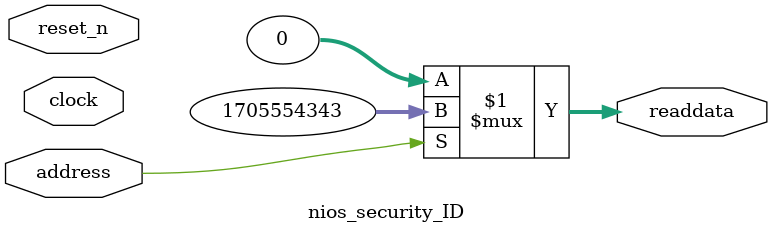
<source format=v>



// synthesis translate_off
`timescale 1ns / 1ps
// synthesis translate_on

// turn off superfluous verilog processor warnings 
// altera message_level Level1 
// altera message_off 10034 10035 10036 10037 10230 10240 10030 

module nios_security_ID (
               // inputs:
                address,
                clock,
                reset_n,

               // outputs:
                readdata
             )
;

  output  [ 31: 0] readdata;
  input            address;
  input            clock;
  input            reset_n;

  wire    [ 31: 0] readdata;
  //control_slave, which is an e_avalon_slave
  assign readdata = address ? 1705554343 : 0;

endmodule



</source>
